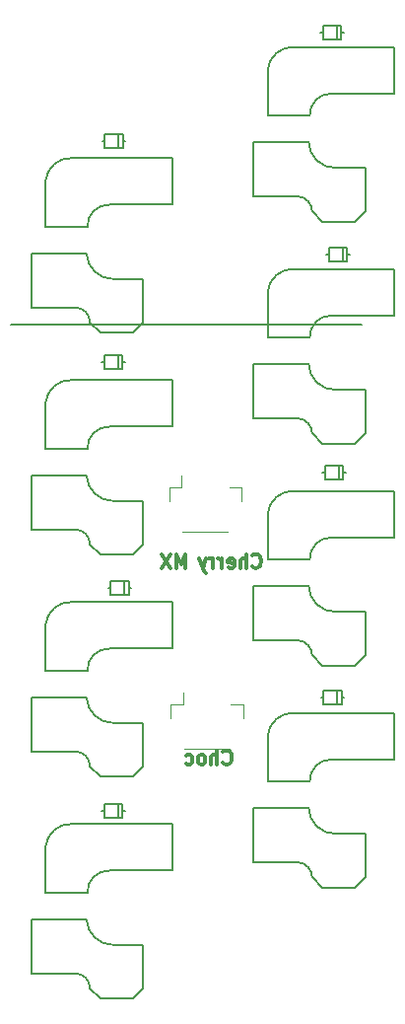
<source format=gbr>
%TF.GenerationSoftware,KiCad,Pcbnew,(7.0.0-0)*%
%TF.CreationDate,2023-02-26T21:11:16+09:00*%
%TF.ProjectId,pangaea-pcb-pinkey-k2-0.5ushift,70616e67-6165-4612-9d70-63622d70696e,rev?*%
%TF.SameCoordinates,Original*%
%TF.FileFunction,Legend,Bot*%
%TF.FilePolarity,Positive*%
%FSLAX46Y46*%
G04 Gerber Fmt 4.6, Leading zero omitted, Abs format (unit mm)*
G04 Created by KiCad (PCBNEW (7.0.0-0)) date 2023-02-26 21:11:16*
%MOMM*%
%LPD*%
G01*
G04 APERTURE LIST*
%ADD10C,0.150000*%
%ADD11C,0.300000*%
%ADD12C,0.200000*%
%ADD13C,0.120000*%
G04 APERTURE END LIST*
D10*
X22209386Y-42462242D02*
X52371962Y-42462242D01*
D11*
X40478571Y-80044571D02*
X40535714Y-80101714D01*
X40535714Y-80101714D02*
X40707142Y-80158857D01*
X40707142Y-80158857D02*
X40821428Y-80158857D01*
X40821428Y-80158857D02*
X40992857Y-80101714D01*
X40992857Y-80101714D02*
X41107142Y-79987428D01*
X41107142Y-79987428D02*
X41164285Y-79873142D01*
X41164285Y-79873142D02*
X41221428Y-79644571D01*
X41221428Y-79644571D02*
X41221428Y-79473142D01*
X41221428Y-79473142D02*
X41164285Y-79244571D01*
X41164285Y-79244571D02*
X41107142Y-79130285D01*
X41107142Y-79130285D02*
X40992857Y-79016000D01*
X40992857Y-79016000D02*
X40821428Y-78958857D01*
X40821428Y-78958857D02*
X40707142Y-78958857D01*
X40707142Y-78958857D02*
X40535714Y-79016000D01*
X40535714Y-79016000D02*
X40478571Y-79073142D01*
X39964285Y-80158857D02*
X39964285Y-78958857D01*
X39450000Y-80158857D02*
X39450000Y-79530285D01*
X39450000Y-79530285D02*
X39507142Y-79416000D01*
X39507142Y-79416000D02*
X39621428Y-79358857D01*
X39621428Y-79358857D02*
X39792857Y-79358857D01*
X39792857Y-79358857D02*
X39907142Y-79416000D01*
X39907142Y-79416000D02*
X39964285Y-79473142D01*
X38707143Y-80158857D02*
X38821428Y-80101714D01*
X38821428Y-80101714D02*
X38878571Y-80044571D01*
X38878571Y-80044571D02*
X38935714Y-79930285D01*
X38935714Y-79930285D02*
X38935714Y-79587428D01*
X38935714Y-79587428D02*
X38878571Y-79473142D01*
X38878571Y-79473142D02*
X38821428Y-79416000D01*
X38821428Y-79416000D02*
X38707143Y-79358857D01*
X38707143Y-79358857D02*
X38535714Y-79358857D01*
X38535714Y-79358857D02*
X38421428Y-79416000D01*
X38421428Y-79416000D02*
X38364286Y-79473142D01*
X38364286Y-79473142D02*
X38307143Y-79587428D01*
X38307143Y-79587428D02*
X38307143Y-79930285D01*
X38307143Y-79930285D02*
X38364286Y-80044571D01*
X38364286Y-80044571D02*
X38421428Y-80101714D01*
X38421428Y-80101714D02*
X38535714Y-80158857D01*
X38535714Y-80158857D02*
X38707143Y-80158857D01*
X37278572Y-80101714D02*
X37392857Y-80158857D01*
X37392857Y-80158857D02*
X37621429Y-80158857D01*
X37621429Y-80158857D02*
X37735714Y-80101714D01*
X37735714Y-80101714D02*
X37792857Y-80044571D01*
X37792857Y-80044571D02*
X37850000Y-79930285D01*
X37850000Y-79930285D02*
X37850000Y-79587428D01*
X37850000Y-79587428D02*
X37792857Y-79473142D01*
X37792857Y-79473142D02*
X37735714Y-79416000D01*
X37735714Y-79416000D02*
X37621429Y-79358857D01*
X37621429Y-79358857D02*
X37392857Y-79358857D01*
X37392857Y-79358857D02*
X37278572Y-79416000D01*
X42998571Y-63204571D02*
X43055714Y-63261714D01*
X43055714Y-63261714D02*
X43227142Y-63318857D01*
X43227142Y-63318857D02*
X43341428Y-63318857D01*
X43341428Y-63318857D02*
X43512857Y-63261714D01*
X43512857Y-63261714D02*
X43627142Y-63147428D01*
X43627142Y-63147428D02*
X43684285Y-63033142D01*
X43684285Y-63033142D02*
X43741428Y-62804571D01*
X43741428Y-62804571D02*
X43741428Y-62633142D01*
X43741428Y-62633142D02*
X43684285Y-62404571D01*
X43684285Y-62404571D02*
X43627142Y-62290285D01*
X43627142Y-62290285D02*
X43512857Y-62176000D01*
X43512857Y-62176000D02*
X43341428Y-62118857D01*
X43341428Y-62118857D02*
X43227142Y-62118857D01*
X43227142Y-62118857D02*
X43055714Y-62176000D01*
X43055714Y-62176000D02*
X42998571Y-62233142D01*
X42484285Y-63318857D02*
X42484285Y-62118857D01*
X41970000Y-63318857D02*
X41970000Y-62690285D01*
X41970000Y-62690285D02*
X42027142Y-62576000D01*
X42027142Y-62576000D02*
X42141428Y-62518857D01*
X42141428Y-62518857D02*
X42312857Y-62518857D01*
X42312857Y-62518857D02*
X42427142Y-62576000D01*
X42427142Y-62576000D02*
X42484285Y-62633142D01*
X40941428Y-63261714D02*
X41055714Y-63318857D01*
X41055714Y-63318857D02*
X41284286Y-63318857D01*
X41284286Y-63318857D02*
X41398571Y-63261714D01*
X41398571Y-63261714D02*
X41455714Y-63147428D01*
X41455714Y-63147428D02*
X41455714Y-62690285D01*
X41455714Y-62690285D02*
X41398571Y-62576000D01*
X41398571Y-62576000D02*
X41284286Y-62518857D01*
X41284286Y-62518857D02*
X41055714Y-62518857D01*
X41055714Y-62518857D02*
X40941428Y-62576000D01*
X40941428Y-62576000D02*
X40884286Y-62690285D01*
X40884286Y-62690285D02*
X40884286Y-62804571D01*
X40884286Y-62804571D02*
X41455714Y-62918857D01*
X40370000Y-63318857D02*
X40370000Y-62518857D01*
X40370000Y-62747428D02*
X40312857Y-62633142D01*
X40312857Y-62633142D02*
X40255715Y-62576000D01*
X40255715Y-62576000D02*
X40141429Y-62518857D01*
X40141429Y-62518857D02*
X40027143Y-62518857D01*
X39627143Y-63318857D02*
X39627143Y-62518857D01*
X39627143Y-62747428D02*
X39570000Y-62633142D01*
X39570000Y-62633142D02*
X39512858Y-62576000D01*
X39512858Y-62576000D02*
X39398572Y-62518857D01*
X39398572Y-62518857D02*
X39284286Y-62518857D01*
X38998572Y-62518857D02*
X38712858Y-63318857D01*
X38427143Y-62518857D02*
X38712858Y-63318857D01*
X38712858Y-63318857D02*
X38827143Y-63604571D01*
X38827143Y-63604571D02*
X38884286Y-63661714D01*
X38884286Y-63661714D02*
X38998572Y-63718857D01*
X37250000Y-63318857D02*
X37250000Y-62118857D01*
X37250000Y-62118857D02*
X36850000Y-62976000D01*
X36850000Y-62976000D02*
X36450000Y-62118857D01*
X36450000Y-62118857D02*
X36450000Y-63318857D01*
X35992857Y-62118857D02*
X35192857Y-63318857D01*
X35192857Y-62118857D02*
X35992857Y-63318857D01*
D12*
%TO.C,D18*%
X51337182Y-36370000D02*
X51138744Y-36370000D01*
X51138744Y-36965314D02*
X51138744Y-35774686D01*
X51138744Y-35774686D02*
X49551240Y-35774686D01*
X50741868Y-35774686D02*
X50741868Y-36965314D01*
X49551240Y-36965314D02*
X51138744Y-36965314D01*
X49551240Y-36370000D02*
X49352802Y-36370000D01*
X49551240Y-35774686D02*
X49551240Y-36965314D01*
D13*
%TO.C,J9*%
X35840000Y-56400000D02*
X36890000Y-56400000D01*
X35840000Y-57550000D02*
X35840000Y-56400000D01*
X36890000Y-56400000D02*
X36890000Y-55410000D01*
X37010000Y-60210000D02*
X40890000Y-60210000D01*
X42060000Y-56400000D02*
X41010000Y-56400000D01*
X42060000Y-57550000D02*
X42060000Y-56400000D01*
D10*
%TO.C,SW38*%
X43100000Y-83950000D02*
X43100000Y-88550000D01*
X44300000Y-77700000D02*
X44300000Y-81645000D01*
X44300000Y-81654000D02*
X47910000Y-81654000D01*
X46900000Y-88575000D02*
X43125000Y-88575000D01*
X47825000Y-83925000D02*
X43100000Y-83925000D01*
X48120000Y-89850000D02*
X49000000Y-90750000D01*
X51800000Y-90750000D02*
X49000000Y-90750000D01*
X52675000Y-86125000D02*
X50125000Y-86125000D01*
X52700000Y-86150000D02*
X52700000Y-89850000D01*
X52700000Y-89850000D02*
X51800000Y-90750000D01*
X55200000Y-75746000D02*
X46575000Y-75746000D01*
X55200000Y-79750000D02*
X49800000Y-79750000D01*
X55200000Y-79750000D02*
X55200000Y-75746000D01*
X46575000Y-75746000D02*
G75*
G03*
X44300000Y-77700000I-102171J-2182411D01*
G01*
X48120000Y-89850000D02*
G75*
G03*
X46900000Y-88575000I-1275736J482D01*
G01*
X49800000Y-79750000D02*
G75*
G03*
X47910000Y-81654000I-61523J-1828981D01*
G01*
X47825001Y-83925000D02*
G75*
G03*
X50125000Y-86125000I2277996J79269D01*
G01*
%TO.C,SW17*%
X24010000Y-55380000D02*
X24010000Y-59980000D01*
X25210000Y-49130000D02*
X25210000Y-53075000D01*
X25210000Y-53084000D02*
X28820000Y-53084000D01*
X27810000Y-60005000D02*
X24035000Y-60005000D01*
X28735000Y-55355000D02*
X24010000Y-55355000D01*
X29030000Y-61280000D02*
X29910000Y-62180000D01*
X32710000Y-62180000D02*
X29910000Y-62180000D01*
X33585000Y-57555000D02*
X31035000Y-57555000D01*
X33610000Y-57580000D02*
X33610000Y-61280000D01*
X33610000Y-61280000D02*
X32710000Y-62180000D01*
X36110000Y-47176000D02*
X27485000Y-47176000D01*
X36110000Y-51180000D02*
X30710000Y-51180000D01*
X36110000Y-51180000D02*
X36110000Y-47176000D01*
X27485000Y-47176000D02*
G75*
G03*
X25210000Y-49130000I-102171J-2182411D01*
G01*
X29030000Y-61280000D02*
G75*
G03*
X27810000Y-60005000I-1275736J482D01*
G01*
X30710000Y-51180000D02*
G75*
G03*
X28820000Y-53084000I-61523J-1828981D01*
G01*
X28735001Y-55355000D02*
G75*
G03*
X31035000Y-57555000I2277996J79269D01*
G01*
D12*
%TO.C,D38*%
X50867182Y-74400000D02*
X50668744Y-74400000D01*
X50668744Y-74995314D02*
X50668744Y-73804686D01*
X50668744Y-73804686D02*
X49081240Y-73804686D01*
X50271868Y-73804686D02*
X50271868Y-74995314D01*
X49081240Y-74995314D02*
X50668744Y-74995314D01*
X49081240Y-74400000D02*
X48882802Y-74400000D01*
X49081240Y-73804686D02*
X49081240Y-74995314D01*
D10*
%TO.C,SW13*%
X24010000Y-36330000D02*
X24010000Y-40930000D01*
X25210000Y-30080000D02*
X25210000Y-34025000D01*
X25210000Y-34034000D02*
X28820000Y-34034000D01*
X27810000Y-40955000D02*
X24035000Y-40955000D01*
X28735000Y-36305000D02*
X24010000Y-36305000D01*
X29030000Y-42230000D02*
X29910000Y-43130000D01*
X32710000Y-43130000D02*
X29910000Y-43130000D01*
X33585000Y-38505000D02*
X31035000Y-38505000D01*
X33610000Y-38530000D02*
X33610000Y-42230000D01*
X33610000Y-42230000D02*
X32710000Y-43130000D01*
X36110000Y-28126000D02*
X27485000Y-28126000D01*
X36110000Y-32130000D02*
X30710000Y-32130000D01*
X36110000Y-32130000D02*
X36110000Y-28126000D01*
X27485000Y-28126000D02*
G75*
G03*
X25210000Y-30080000I-102171J-2182411D01*
G01*
X29030000Y-42230000D02*
G75*
G03*
X27810000Y-40955000I-1275736J482D01*
G01*
X30710000Y-32130000D02*
G75*
G03*
X28820000Y-34034000I-61523J-1828981D01*
G01*
X28735001Y-36305000D02*
G75*
G03*
X31035000Y-38505000I2277996J79269D01*
G01*
D12*
%TO.C,D13*%
X32092182Y-26700000D02*
X31893744Y-26700000D01*
X31893744Y-27295314D02*
X31893744Y-26104686D01*
X31893744Y-26104686D02*
X30306240Y-26104686D01*
X31496868Y-26104686D02*
X31496868Y-27295314D01*
X30306240Y-27295314D02*
X31893744Y-27295314D01*
X30306240Y-26700000D02*
X30107802Y-26700000D01*
X30306240Y-26104686D02*
X30306240Y-27295314D01*
%TO.C,D34*%
X50992182Y-55140000D02*
X50793744Y-55140000D01*
X50793744Y-55735314D02*
X50793744Y-54544686D01*
X50793744Y-54544686D02*
X49206240Y-54544686D01*
X50396868Y-54544686D02*
X50396868Y-55735314D01*
X49206240Y-55735314D02*
X50793744Y-55735314D01*
X49206240Y-55140000D02*
X49007802Y-55140000D01*
X49206240Y-54544686D02*
X49206240Y-55735314D01*
D10*
%TO.C,SW18*%
X43100000Y-45850000D02*
X43100000Y-50450000D01*
X44300000Y-39600000D02*
X44300000Y-43545000D01*
X44300000Y-43554000D02*
X47910000Y-43554000D01*
X46900000Y-50475000D02*
X43125000Y-50475000D01*
X47825000Y-45825000D02*
X43100000Y-45825000D01*
X48120000Y-51750000D02*
X49000000Y-52650000D01*
X51800000Y-52650000D02*
X49000000Y-52650000D01*
X52675000Y-48025000D02*
X50125000Y-48025000D01*
X52700000Y-48050000D02*
X52700000Y-51750000D01*
X52700000Y-51750000D02*
X51800000Y-52650000D01*
X55200000Y-37646000D02*
X46575000Y-37646000D01*
X55200000Y-41650000D02*
X49800000Y-41650000D01*
X55200000Y-41650000D02*
X55200000Y-37646000D01*
X46575000Y-37646000D02*
G75*
G03*
X44300000Y-39600000I-102171J-2182411D01*
G01*
X48120000Y-51750000D02*
G75*
G03*
X46900000Y-50475000I-1275736J482D01*
G01*
X49800000Y-41650000D02*
G75*
G03*
X47910000Y-43554000I-61523J-1828981D01*
G01*
X47825001Y-45825000D02*
G75*
G03*
X50125000Y-48025000I2277996J79269D01*
G01*
D12*
%TO.C,D33*%
X32592182Y-65050000D02*
X32393744Y-65050000D01*
X32393744Y-65645314D02*
X32393744Y-64454686D01*
X32393744Y-64454686D02*
X30806240Y-64454686D01*
X31996868Y-64454686D02*
X31996868Y-65645314D01*
X30806240Y-65645314D02*
X32393744Y-65645314D01*
X30806240Y-65050000D02*
X30607802Y-65050000D01*
X30806240Y-64454686D02*
X30806240Y-65645314D01*
D10*
%TO.C,SW34*%
X43100000Y-64900000D02*
X43100000Y-69500000D01*
X44300000Y-58650000D02*
X44300000Y-62595000D01*
X44300000Y-62604000D02*
X47910000Y-62604000D01*
X46900000Y-69525000D02*
X43125000Y-69525000D01*
X47825000Y-64875000D02*
X43100000Y-64875000D01*
X48120000Y-70800000D02*
X49000000Y-71700000D01*
X51800000Y-71700000D02*
X49000000Y-71700000D01*
X52675000Y-67075000D02*
X50125000Y-67075000D01*
X52700000Y-67100000D02*
X52700000Y-70800000D01*
X52700000Y-70800000D02*
X51800000Y-71700000D01*
X55200000Y-56696000D02*
X46575000Y-56696000D01*
X55200000Y-60700000D02*
X49800000Y-60700000D01*
X55200000Y-60700000D02*
X55200000Y-56696000D01*
X46575000Y-56696000D02*
G75*
G03*
X44300000Y-58650000I-102171J-2182411D01*
G01*
X48120000Y-70800000D02*
G75*
G03*
X46900000Y-69525000I-1275736J482D01*
G01*
X49800000Y-60700000D02*
G75*
G03*
X47910000Y-62604000I-61523J-1828981D01*
G01*
X47825001Y-64875000D02*
G75*
G03*
X50125000Y-67075000I2277996J79269D01*
G01*
%TO.C,SW33*%
X28735001Y-74405000D02*
G75*
G03*
X31035000Y-76605000I2277996J79269D01*
G01*
X30710000Y-70230000D02*
G75*
G03*
X28820000Y-72134000I-61523J-1828981D01*
G01*
X29030000Y-80330000D02*
G75*
G03*
X27810000Y-79055000I-1275736J482D01*
G01*
X27485000Y-66226000D02*
G75*
G03*
X25210000Y-68180000I-102171J-2182411D01*
G01*
X36110000Y-70230000D02*
X36110000Y-66226000D01*
X36110000Y-70230000D02*
X30710000Y-70230000D01*
X36110000Y-66226000D02*
X27485000Y-66226000D01*
X33610000Y-80330000D02*
X32710000Y-81230000D01*
X33610000Y-76630000D02*
X33610000Y-80330000D01*
X33585000Y-76605000D02*
X31035000Y-76605000D01*
X32710000Y-81230000D02*
X29910000Y-81230000D01*
X29030000Y-80330000D02*
X29910000Y-81230000D01*
X28735000Y-74405000D02*
X24010000Y-74405000D01*
X27810000Y-79055000D02*
X24035000Y-79055000D01*
X25210000Y-72134000D02*
X28820000Y-72134000D01*
X25210000Y-68180000D02*
X25210000Y-72125000D01*
X24010000Y-74430000D02*
X24010000Y-79030000D01*
D12*
%TO.C,D17*%
X32042182Y-45650000D02*
X31843744Y-45650000D01*
X31843744Y-46245314D02*
X31843744Y-45054686D01*
X31843744Y-45054686D02*
X30256240Y-45054686D01*
X31446868Y-45054686D02*
X31446868Y-46245314D01*
X30256240Y-46245314D02*
X31843744Y-46245314D01*
X30256240Y-45650000D02*
X30057802Y-45650000D01*
X30256240Y-45054686D02*
X30256240Y-46245314D01*
%TO.C,D37*%
X32042182Y-84200000D02*
X31843744Y-84200000D01*
X31843744Y-84795314D02*
X31843744Y-83604686D01*
X31843744Y-83604686D02*
X30256240Y-83604686D01*
X31446868Y-83604686D02*
X31446868Y-84795314D01*
X30256240Y-84795314D02*
X31843744Y-84795314D01*
X30256240Y-84200000D02*
X30057802Y-84200000D01*
X30256240Y-83604686D02*
X30256240Y-84795314D01*
%TO.C,D14*%
X50822182Y-17330000D02*
X50623744Y-17330000D01*
X50623744Y-17925314D02*
X50623744Y-16734686D01*
X50623744Y-16734686D02*
X49036240Y-16734686D01*
X50226868Y-16734686D02*
X50226868Y-17925314D01*
X49036240Y-17925314D02*
X50623744Y-17925314D01*
X49036240Y-17330000D02*
X48837802Y-17330000D01*
X49036240Y-16734686D02*
X49036240Y-17925314D01*
D10*
%TO.C,SW37*%
X24010000Y-93480000D02*
X24010000Y-98080000D01*
X25210000Y-87230000D02*
X25210000Y-91175000D01*
X25210000Y-91184000D02*
X28820000Y-91184000D01*
X27810000Y-98105000D02*
X24035000Y-98105000D01*
X28735000Y-93455000D02*
X24010000Y-93455000D01*
X29030000Y-99380000D02*
X29910000Y-100280000D01*
X32710000Y-100280000D02*
X29910000Y-100280000D01*
X33585000Y-95655000D02*
X31035000Y-95655000D01*
X33610000Y-95680000D02*
X33610000Y-99380000D01*
X33610000Y-99380000D02*
X32710000Y-100280000D01*
X36110000Y-85276000D02*
X27485000Y-85276000D01*
X36110000Y-89280000D02*
X30710000Y-89280000D01*
X36110000Y-89280000D02*
X36110000Y-85276000D01*
X27485000Y-85276000D02*
G75*
G03*
X25210000Y-87230000I-102171J-2182411D01*
G01*
X29030000Y-99380000D02*
G75*
G03*
X27810000Y-98105000I-1275736J482D01*
G01*
X30710000Y-89280000D02*
G75*
G03*
X28820000Y-91184000I-61523J-1828981D01*
G01*
X28735001Y-93455000D02*
G75*
G03*
X31035000Y-95655000I2277996J79269D01*
G01*
%TO.C,SW14*%
X43100000Y-26800000D02*
X43100000Y-31400000D01*
X44300000Y-20550000D02*
X44300000Y-24495000D01*
X44300000Y-24504000D02*
X47910000Y-24504000D01*
X46900000Y-31425000D02*
X43125000Y-31425000D01*
X47825000Y-26775000D02*
X43100000Y-26775000D01*
X48120000Y-32700000D02*
X49000000Y-33600000D01*
X51800000Y-33600000D02*
X49000000Y-33600000D01*
X52675000Y-28975000D02*
X50125000Y-28975000D01*
X52700000Y-29000000D02*
X52700000Y-32700000D01*
X52700000Y-32700000D02*
X51800000Y-33600000D01*
X55200000Y-18596000D02*
X46575000Y-18596000D01*
X55200000Y-22600000D02*
X49800000Y-22600000D01*
X55200000Y-22600000D02*
X55200000Y-18596000D01*
X46575000Y-18596000D02*
G75*
G03*
X44300000Y-20550000I-102171J-2182411D01*
G01*
X48120000Y-32700000D02*
G75*
G03*
X46900000Y-31425000I-1275736J482D01*
G01*
X49800000Y-22600000D02*
G75*
G03*
X47910000Y-24504000I-61523J-1828981D01*
G01*
X47825001Y-26775000D02*
G75*
G03*
X50125000Y-28975000I2277996J79269D01*
G01*
D13*
%TO.C,J8*%
X35980000Y-75030000D02*
X37030000Y-75030000D01*
X35980000Y-76180000D02*
X35980000Y-75030000D01*
X37030000Y-75030000D02*
X37030000Y-74040000D01*
X37150000Y-78840000D02*
X41030000Y-78840000D01*
X42200000Y-75030000D02*
X41150000Y-75030000D01*
X42200000Y-76180000D02*
X42200000Y-75030000D01*
%TD*%
M02*

</source>
